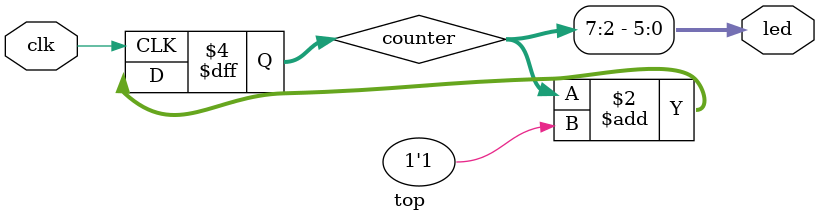
<source format=v>

module top (
    input  clk,            // external clock (map this pin in .cst)
    output [5:0] led       // 6 LEDs (led[0] is LSB, led[5] is MSB)
);

    // 6-bit free-running counter. It counts 0..63 and directly drives the 6 LEDs.
    // Note: counting on every FPGA clock edge may be very fast; this matches your
    // request to make the counter 6 bits only. If you want visible slow blinking,
    // either feed a slower clock or add a wider prescaler.

    // Use a wider counter for slower blinking (24 bits => bits 23 downto 0)
    localparam COUNTER_WIDTH = 8;
    reg [COUNTER_WIDTH-1:0] counter = 0;

    always @(posedge clk) begin
        counter <= counter + 1'b1;
    end

    // Directly present the counter on the LED pins
    // Use the top 6 bits of the counter. previous code referenced bit 24 which is out of range
    // for a 24-bit counter (0..23). Use COUNTER_WIDTH-1 downto COUNTER_WIDTH-6 instead.
    assign led[5:0] = counter[COUNTER_WIDTH-1:COUNTER_WIDTH-6]; // upper 6 bits for visible blinking

endmodule

</source>
